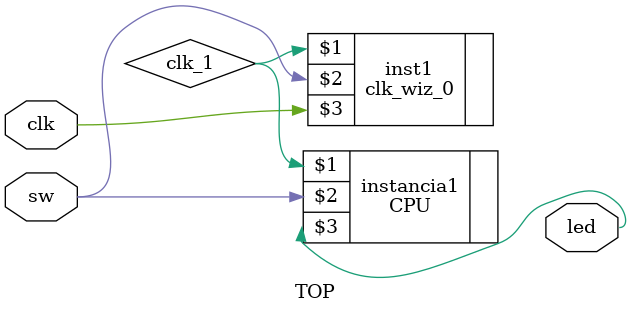
<source format=sv>
module TOP(input logic clk,sw,
           output logic led);

logic clk_1;    

CPU instancia1(clk_1,sw,led);
clk_wiz_0 inst1 (clk_1,sw,clk);   
   
endmodule

</source>
